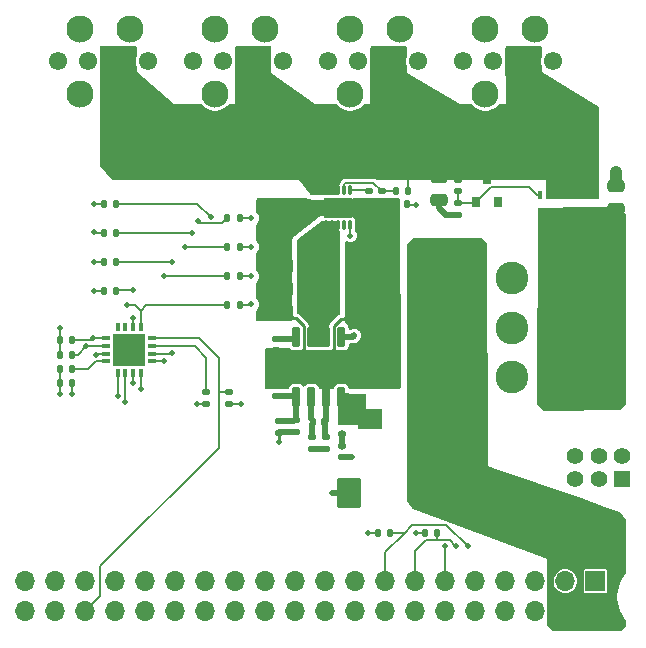
<source format=gbr>
%TF.GenerationSoftware,KiCad,Pcbnew,8.0.7*%
%TF.CreationDate,2025-01-23T15:07:47-05:00*%
%TF.ProjectId,AntHat,416e7448-6174-42e6-9b69-6361645f7063,rev?*%
%TF.SameCoordinates,Original*%
%TF.FileFunction,Copper,L1,Top*%
%TF.FilePolarity,Positive*%
%FSLAX46Y46*%
G04 Gerber Fmt 4.6, Leading zero omitted, Abs format (unit mm)*
G04 Created by KiCad (PCBNEW 8.0.7) date 2025-01-23 15:07:47*
%MOMM*%
%LPD*%
G01*
G04 APERTURE LIST*
G04 Aperture macros list*
%AMRoundRect*
0 Rectangle with rounded corners*
0 $1 Rounding radius*
0 $2 $3 $4 $5 $6 $7 $8 $9 X,Y pos of 4 corners*
0 Add a 4 corners polygon primitive as box body*
4,1,4,$2,$3,$4,$5,$6,$7,$8,$9,$2,$3,0*
0 Add four circle primitives for the rounded corners*
1,1,$1+$1,$2,$3*
1,1,$1+$1,$4,$5*
1,1,$1+$1,$6,$7*
1,1,$1+$1,$8,$9*
0 Add four rect primitives between the rounded corners*
20,1,$1+$1,$2,$3,$4,$5,0*
20,1,$1+$1,$4,$5,$6,$7,0*
20,1,$1+$1,$6,$7,$8,$9,0*
20,1,$1+$1,$8,$9,$2,$3,0*%
%AMFreePoly0*
4,1,17,1.395000,0.765000,0.855000,0.765000,0.855000,0.535000,1.395000,0.535000,1.395000,0.115000,0.855000,0.115000,0.855000,-0.115000,1.395000,-0.115000,1.395000,-0.535000,0.855000,-0.535000,0.855000,-0.765000,1.395000,-0.765000,1.395000,-1.185000,-0.855000,-1.185000,-0.855000,1.185000,1.395000,1.185000,1.395000,0.765000,1.395000,0.765000,$1*%
G04 Aperture macros list end*
%TA.AperFunction,SMDPad,CuDef*%
%ADD10RoundRect,0.050000X0.305600X-0.102400X0.305600X0.102400X-0.305600X0.102400X-0.305600X-0.102400X0*%
%TD*%
%TA.AperFunction,SMDPad,CuDef*%
%ADD11RoundRect,0.050000X-0.102400X-0.305600X0.102400X-0.305600X0.102400X0.305600X-0.102400X0.305600X0*%
%TD*%
%TA.AperFunction,SMDPad,CuDef*%
%ADD12R,2.692400X2.692400*%
%TD*%
%TA.AperFunction,SMDPad,CuDef*%
%ADD13RoundRect,0.250000X0.475000X-0.250000X0.475000X0.250000X-0.475000X0.250000X-0.475000X-0.250000X0*%
%TD*%
%TA.AperFunction,SMDPad,CuDef*%
%ADD14RoundRect,0.135000X0.135000X0.185000X-0.135000X0.185000X-0.135000X-0.185000X0.135000X-0.185000X0*%
%TD*%
%TA.AperFunction,SMDPad,CuDef*%
%ADD15RoundRect,0.135000X-0.185000X0.135000X-0.185000X-0.135000X0.185000X-0.135000X0.185000X0.135000X0*%
%TD*%
%TA.AperFunction,SMDPad,CuDef*%
%ADD16RoundRect,0.150000X-0.150000X0.737500X-0.150000X-0.737500X0.150000X-0.737500X0.150000X0.737500X0*%
%TD*%
%TA.AperFunction,HeatsinkPad*%
%ADD17C,0.500000*%
%TD*%
%TA.AperFunction,HeatsinkPad*%
%ADD18R,4.900000X2.950000*%
%TD*%
%TA.AperFunction,SMDPad,CuDef*%
%ADD19C,1.500000*%
%TD*%
%TA.AperFunction,ComponentPad*%
%ADD20C,1.549400*%
%TD*%
%TA.AperFunction,ComponentPad*%
%ADD21C,2.300000*%
%TD*%
%TA.AperFunction,ComponentPad*%
%ADD22C,1.400000*%
%TD*%
%TA.AperFunction,ComponentPad*%
%ADD23R,1.400000X1.400000*%
%TD*%
%TA.AperFunction,SMDPad,CuDef*%
%ADD24R,0.800000X0.900000*%
%TD*%
%TA.AperFunction,SMDPad,CuDef*%
%ADD25RoundRect,0.243750X0.243750X0.456250X-0.243750X0.456250X-0.243750X-0.456250X0.243750X-0.456250X0*%
%TD*%
%TA.AperFunction,SMDPad,CuDef*%
%ADD26RoundRect,0.140000X0.170000X-0.140000X0.170000X0.140000X-0.170000X0.140000X-0.170000X-0.140000X0*%
%TD*%
%TA.AperFunction,SMDPad,CuDef*%
%ADD27RoundRect,0.140000X-0.170000X0.140000X-0.170000X-0.140000X0.170000X-0.140000X0.170000X0.140000X0*%
%TD*%
%TA.AperFunction,SMDPad,CuDef*%
%ADD28RoundRect,0.135000X-0.135000X-0.185000X0.135000X-0.185000X0.135000X0.185000X-0.135000X0.185000X0*%
%TD*%
%TA.AperFunction,ComponentPad*%
%ADD29R,1.700000X1.700000*%
%TD*%
%TA.AperFunction,ComponentPad*%
%ADD30O,1.700000X1.700000*%
%TD*%
%TA.AperFunction,SMDPad,CuDef*%
%ADD31RoundRect,0.243750X-0.243750X-0.456250X0.243750X-0.456250X0.243750X0.456250X-0.243750X0.456250X0*%
%TD*%
%TA.AperFunction,SMDPad,CuDef*%
%ADD32R,2.000000X1.800000*%
%TD*%
%TA.AperFunction,ComponentPad*%
%ADD33C,2.775000*%
%TD*%
%TA.AperFunction,SMDPad,CuDef*%
%ADD34RoundRect,0.050000X-0.100000X0.350000X-0.100000X-0.350000X0.100000X-0.350000X0.100000X0.350000X0*%
%TD*%
%TA.AperFunction,SMDPad,CuDef*%
%ADD35RoundRect,0.012500X-0.237500X0.112500X-0.237500X-0.112500X0.237500X-0.112500X0.237500X0.112500X0*%
%TD*%
%TA.AperFunction,SMDPad,CuDef*%
%ADD36RoundRect,0.033000X-1.167000X0.792000X-1.167000X-0.792000X1.167000X-0.792000X1.167000X0.792000X0*%
%TD*%
%TA.AperFunction,SMDPad,CuDef*%
%ADD37RoundRect,0.250000X-0.475000X0.250000X-0.475000X-0.250000X0.475000X-0.250000X0.475000X0.250000X0*%
%TD*%
%TA.AperFunction,SMDPad,CuDef*%
%ADD38RoundRect,0.135000X0.185000X-0.135000X0.185000X0.135000X-0.185000X0.135000X-0.185000X-0.135000X0*%
%TD*%
%TA.AperFunction,SMDPad,CuDef*%
%ADD39RoundRect,0.105000X-0.105000X0.245000X-0.105000X-0.245000X0.105000X-0.245000X0.105000X0.245000X0*%
%TD*%
%TA.AperFunction,SMDPad,CuDef*%
%ADD40FreePoly0,270.000000*%
%TD*%
%TA.AperFunction,SMDPad,CuDef*%
%ADD41RoundRect,0.140000X-0.140000X-0.170000X0.140000X-0.170000X0.140000X0.170000X-0.140000X0.170000X0*%
%TD*%
%TA.AperFunction,SMDPad,CuDef*%
%ADD42RoundRect,0.250000X0.787500X1.025000X-0.787500X1.025000X-0.787500X-1.025000X0.787500X-1.025000X0*%
%TD*%
%TA.AperFunction,ViaPad*%
%ADD43C,0.500000*%
%TD*%
%TA.AperFunction,ViaPad*%
%ADD44C,0.800000*%
%TD*%
%TA.AperFunction,Conductor*%
%ADD45C,0.200000*%
%TD*%
%TA.AperFunction,Conductor*%
%ADD46C,1.000000*%
%TD*%
%TA.AperFunction,Conductor*%
%ADD47C,0.500000*%
%TD*%
%TA.AperFunction,Conductor*%
%ADD48C,0.230000*%
%TD*%
%TA.AperFunction,Conductor*%
%ADD49C,0.508000*%
%TD*%
G04 APERTURE END LIST*
D10*
%TO.P,U2,1,SMDATA*%
%TO.N,/SDA*%
X122325800Y-100415800D03*
%TO.P,U2,2,SMCLK*%
%TO.N,/SCL*%
X122325800Y-101065798D03*
%TO.P,U2,3,VDD*%
%TO.N,/3V3*%
X122325800Y-101715800D03*
%TO.P,U2,4,ADDR_SEL*%
%TO.N,Net-(U2-ADDR_SEL)*%
X122325800Y-102365798D03*
D11*
%TO.P,U2,5,PWM1*%
%TO.N,/PWM1*%
X123300002Y-103340000D03*
%TO.P,U2,6,TACH1*%
%TO.N,/TACH1*%
X123950000Y-103340000D03*
%TO.P,U2,7,PWM2*%
%TO.N,/PWM2*%
X124600002Y-103340000D03*
%TO.P,U2,8,TACH2*%
%TO.N,/TACH2*%
X125250000Y-103340000D03*
D10*
%TO.P,U2,9,PWM3*%
%TO.N,/PWM3*%
X126224202Y-102365798D03*
%TO.P,U2,10,TACH3*%
%TO.N,/TACH3*%
X126224202Y-101715800D03*
%TO.P,U2,11,CLK*%
%TO.N,Net-(U2-CLK)*%
X126224202Y-101065798D03*
%TO.P,U2,12,~{ALERT}*%
%TO.N,/FAN_ALERT*%
X126224202Y-100415800D03*
D11*
%TO.P,U2,13,PWM4*%
%TO.N,/PWM4*%
X125250000Y-99441598D03*
%TO.P,U2,14,TACH4*%
%TO.N,/TACH4*%
X124600002Y-99441598D03*
%TO.P,U2,15,PWM5*%
%TO.N,unconnected-(U2-PWM5-Pad15)*%
X123950000Y-99441598D03*
%TO.P,U2,16,TACH5*%
%TO.N,unconnected-(U2-TACH5-Pad16)*%
X123300002Y-99441598D03*
D12*
%TO.P,U2,17,GND*%
%TO.N,GND*%
X124275001Y-101390799D03*
%TD*%
D13*
%TO.P,C5,1*%
%TO.N,/VIN*%
X165450000Y-89425000D03*
%TO.P,C5,2*%
%TO.N,GND*%
X165450000Y-87525000D03*
%TD*%
D14*
%TO.P,R22,1*%
%TO.N,/PSU_SCL*%
X150340000Y-116890000D03*
%TO.P,R22,2*%
%TO.N,/3V3*%
X149320000Y-116890000D03*
%TD*%
D15*
%TO.P,R3,1*%
%TO.N,Net-(U1-COMP)*%
X139722500Y-108750000D03*
%TO.P,R3,2*%
%TO.N,Net-(C13-Pad1)*%
X139722500Y-109770000D03*
%TD*%
D16*
%TO.P,U1,1,BST*%
%TO.N,Net-(U1-BST)*%
X142236053Y-100299922D03*
%TO.P,U1,2,VIN*%
%TO.N,/12V_LIM*%
X140966053Y-100299922D03*
%TO.P,U1,3,EN*%
X139696053Y-100299922D03*
%TO.P,U1,4,SS*%
%TO.N,Net-(U1-SS)*%
X138426053Y-100299922D03*
%TO.P,U1,5,FB*%
%TO.N,Net-(U1-FB)*%
X138426053Y-105424922D03*
%TO.P,U1,6,COMP*%
%TO.N,Net-(U1-COMP)*%
X139696053Y-105424922D03*
%TO.P,U1,7,GND*%
%TO.N,GND*%
X140966053Y-105424922D03*
%TO.P,U1,8,SW*%
%TO.N,Net-(U1-SW)*%
X142236053Y-105424922D03*
D17*
%TO.P,U1,9,EP*%
%TO.N,GND*%
X142281053Y-102212422D03*
X140981053Y-102212422D03*
X139681053Y-102212422D03*
X138381053Y-102212422D03*
D18*
X140331053Y-102862422D03*
D17*
X142281053Y-103512422D03*
X140981053Y-103512422D03*
X139681053Y-103512422D03*
X138381053Y-103512422D03*
%TD*%
D19*
%TO.P,TP1,1,1*%
%TO.N,/12V*%
X147800000Y-85620000D03*
%TD*%
D20*
%TO.P,J5,1,Pin_1*%
%TO.N,GND*%
X148702667Y-76956300D03*
D21*
X147196667Y-74245000D03*
%TO.P,J5,2,Pin_2*%
%TO.N,/12V*%
X147196667Y-79745000D03*
D20*
X146162667Y-76956300D03*
%TO.P,J5,3,Pin_3*%
%TO.N,/TACH2*%
X143622667Y-76956300D03*
D21*
X142996667Y-79745000D03*
%TO.P,J5,4,Pin_4*%
%TO.N,/PWM2*%
X142996667Y-74245000D03*
D20*
X141082667Y-76956300D03*
%TD*%
D14*
%TO.P,R21,1*%
%TO.N,Net-(U3-ILIM)*%
X147785000Y-89050000D03*
%TO.P,R21,2*%
%TO.N,GND*%
X146765000Y-89050000D03*
%TD*%
%TO.P,R13,1*%
%TO.N,/5V*%
X133610000Y-90225714D03*
%TO.P,R13,2*%
%TO.N,/PWM1*%
X132590000Y-90225714D03*
%TD*%
D22*
%TO.P,J3,6,Pin_6*%
%TO.N,/PSU_SCL*%
X162020000Y-110360000D03*
%TO.P,J3,5,Pin_5*%
%TO.N,/PSU_EN*%
X164020000Y-110360000D03*
%TO.P,J3,4,Pin_4*%
%TO.N,unconnected-(J3-Pin_4-Pad4)*%
X166020000Y-110360000D03*
%TO.P,J3,3,Pin_3*%
%TO.N,/PSU_SDA*%
X162020000Y-112360000D03*
%TO.P,J3,2,Pin_2*%
%TO.N,GND*%
X164020000Y-112360000D03*
D23*
%TO.P,J3,1,Pin_1*%
%TO.N,unconnected-(J3-Pin_1-Pad1)*%
X166020000Y-112360000D03*
%TD*%
D24*
%TO.P,D1,1,A*%
%TO.N,Net-(D1-A)*%
X153600000Y-88900000D03*
%TO.P,D1,2,NC*%
%TO.N,unconnected-(D1-NC-Pad2)*%
X155500000Y-88900000D03*
%TO.P,D1,3,K*%
%TO.N,/12V*%
X154550000Y-86900000D03*
%TD*%
D25*
%TO.P,C16,1*%
%TO.N,/5V*%
X148440000Y-98675000D03*
%TO.P,C16,2*%
%TO.N,GND*%
X146565000Y-98675000D03*
%TD*%
D14*
%TO.P,R19,1*%
%TO.N,/12V*%
X147835000Y-87950000D03*
%TO.P,R19,2*%
%TO.N,Net-(U3-EN{slash}UVLO)*%
X146815000Y-87950000D03*
%TD*%
D25*
%TO.P,C3,1*%
%TO.N,/12V_LIM*%
X139468553Y-98162422D03*
%TO.P,C3,2*%
%TO.N,GND*%
X137593553Y-98162422D03*
%TD*%
D19*
%TO.P,TP3,1,1*%
%TO.N,GND*%
X145775000Y-90750000D03*
%TD*%
D26*
%TO.P,C13,1*%
%TO.N,Net-(C13-Pad1)*%
X140902500Y-109750000D03*
%TO.P,C13,2*%
%TO.N,GND*%
X140902500Y-108790000D03*
%TD*%
D27*
%TO.P,C8,1*%
%TO.N,Net-(C8-Pad1)*%
X142282500Y-109540000D03*
%TO.P,C8,2*%
%TO.N,Net-(U1-BST)*%
X142282500Y-110500000D03*
%TD*%
D28*
%TO.P,R12,1*%
%TO.N,/3V3*%
X122100000Y-96394284D03*
%TO.P,R12,2*%
%TO.N,/TACH4*%
X123120000Y-96394284D03*
%TD*%
D15*
%TO.P,R2,1*%
%TO.N,Net-(U1-SW)*%
X142282500Y-107460000D03*
%TO.P,R2,2*%
%TO.N,Net-(C8-Pad1)*%
X142282500Y-108480000D03*
%TD*%
D29*
%TO.P,J1,1,3V3*%
%TO.N,/3V3*%
X163741320Y-120971320D03*
D30*
%TO.P,J1,2,5V*%
%TO.N,/5V*%
X163741320Y-123511320D03*
%TO.P,J1,3,SDA/GPIO2*%
%TO.N,/SDA*%
X161201320Y-120971320D03*
%TO.P,J1,4,5V*%
%TO.N,/5V*%
X161201320Y-123511320D03*
%TO.P,J1,5,SCL/GPIO3*%
%TO.N,/SCL*%
X158661320Y-120971320D03*
%TO.P,J1,6,GND*%
%TO.N,GND*%
X158661320Y-123511320D03*
%TO.P,J1,7,GCLK0/GPIO4*%
%TO.N,unconnected-(J1-GCLK0{slash}GPIO4-Pad7)*%
X156121320Y-120971320D03*
%TO.P,J1,8,GPIO14/TXD*%
%TO.N,unconnected-(J1-GPIO14{slash}TXD-Pad8)*%
X156121320Y-123511320D03*
%TO.P,J1,9,GND*%
%TO.N,GND*%
X153581320Y-120971320D03*
%TO.P,J1,10,GPIO15/RXD*%
%TO.N,unconnected-(J1-GPIO15{slash}RXD-Pad10)*%
X153581320Y-123511320D03*
%TO.P,J1,11,GPIO17*%
%TO.N,/PSU_EN*%
X151041320Y-120971320D03*
%TO.P,J1,12,GPIO18/PWM0*%
%TO.N,unconnected-(J1-GPIO18{slash}PWM0-Pad12)*%
X151041320Y-123511320D03*
%TO.P,J1,13,GPIO27*%
%TO.N,/PSU_SCL*%
X148501320Y-120971320D03*
%TO.P,J1,14,GND*%
%TO.N,GND*%
X148501320Y-123511320D03*
%TO.P,J1,15,GPIO22*%
%TO.N,/PSU_SDA*%
X145961320Y-120971320D03*
%TO.P,J1,16,GPIO23*%
%TO.N,unconnected-(J1-GPIO23-Pad16)*%
X145961320Y-123511320D03*
%TO.P,J1,17,3V3*%
%TO.N,/3V3*%
X143421320Y-120971320D03*
%TO.P,J1,18,GPIO24*%
%TO.N,unconnected-(J1-GPIO24-Pad18)*%
X143421320Y-123511320D03*
%TO.P,J1,19,MOSI0/GPIO10*%
%TO.N,unconnected-(J1-MOSI0{slash}GPIO10-Pad19)*%
X140881320Y-120971320D03*
%TO.P,J1,20,GND*%
%TO.N,GND*%
X140881320Y-123511320D03*
%TO.P,J1,21,MISO0/GPIO9*%
%TO.N,unconnected-(J1-MISO0{slash}GPIO9-Pad21)*%
X138341320Y-120971320D03*
%TO.P,J1,22,GPIO25*%
%TO.N,unconnected-(J1-GPIO25-Pad22)*%
X138341320Y-123511320D03*
%TO.P,J1,23,SCLK0/GPIO11*%
%TO.N,unconnected-(J1-SCLK0{slash}GPIO11-Pad23)*%
X135801320Y-120971320D03*
%TO.P,J1,24,~{CE0}/GPIO8*%
%TO.N,unconnected-(J1-~{CE0}{slash}GPIO8-Pad24)*%
X135801320Y-123511320D03*
%TO.P,J1,25,GND*%
%TO.N,GND*%
X133261320Y-120971320D03*
%TO.P,J1,26,~{CE1}/GPIO7*%
%TO.N,unconnected-(J1-~{CE1}{slash}GPIO7-Pad26)*%
X133261320Y-123511320D03*
%TO.P,J1,27,ID_SD/GPIO0*%
%TO.N,unconnected-(J1-ID_SD{slash}GPIO0-Pad27)*%
X130721320Y-120971320D03*
%TO.P,J1,28,ID_SC/GPIO1*%
%TO.N,unconnected-(J1-ID_SC{slash}GPIO1-Pad28)*%
X130721320Y-123511320D03*
%TO.P,J1,29,GCLK1/GPIO5*%
%TO.N,unconnected-(J1-GCLK1{slash}GPIO5-Pad29)*%
X128181320Y-120971320D03*
%TO.P,J1,30,GND*%
%TO.N,GND*%
X128181320Y-123511320D03*
%TO.P,J1,31,GCLK2/GPIO6*%
%TO.N,unconnected-(J1-GCLK2{slash}GPIO6-Pad31)*%
X125641320Y-120971320D03*
%TO.P,J1,32,PWM0/GPIO12*%
%TO.N,unconnected-(J1-PWM0{slash}GPIO12-Pad32)*%
X125641320Y-123511320D03*
%TO.P,J1,33,PWM1/GPIO13*%
%TO.N,unconnected-(J1-PWM1{slash}GPIO13-Pad33)*%
X123101320Y-120971320D03*
%TO.P,J1,34,GND*%
%TO.N,GND*%
X123101320Y-123511320D03*
%TO.P,J1,35,GPIO19/MISO1*%
%TO.N,unconnected-(J1-GPIO19{slash}MISO1-Pad35)*%
X120561320Y-120971320D03*
%TO.P,J1,36,GPIO16*%
%TO.N,/FAN_ALERT*%
X120561320Y-123511320D03*
%TO.P,J1,37,GPIO26*%
%TO.N,unconnected-(J1-GPIO26-Pad37)*%
X118021320Y-120971320D03*
%TO.P,J1,38,GPIO20/MOSI1*%
%TO.N,unconnected-(J1-GPIO20{slash}MOSI1-Pad38)*%
X118021320Y-123511320D03*
%TO.P,J1,39,GND*%
%TO.N,GND*%
X115481320Y-120971320D03*
%TO.P,J1,40,GPIO21/SCLK1*%
%TO.N,unconnected-(J1-GPIO21{slash}SCLK1-Pad40)*%
X115481320Y-123511320D03*
%TD*%
D14*
%TO.P,R17,1*%
%TO.N,/SDA*%
X119430000Y-100570000D03*
%TO.P,R17,2*%
%TO.N,/3V3*%
X118410000Y-100570000D03*
%TD*%
D15*
%TO.P,R20,1*%
%TO.N,Net-(U3-EN{slash}UVLO)*%
X145650000Y-87940000D03*
%TO.P,R20,2*%
%TO.N,GND*%
X145650000Y-88960000D03*
%TD*%
D31*
%TO.P,C7,1*%
%TO.N,/12V_LIM*%
X141143553Y-98162422D03*
%TO.P,C7,2*%
%TO.N,GND*%
X143018553Y-98162422D03*
%TD*%
D25*
%TO.P,C18,1*%
%TO.N,/5V*%
X148468553Y-102812422D03*
%TO.P,C18,2*%
%TO.N,GND*%
X146593553Y-102812422D03*
%TD*%
D32*
%TO.P,L1,1,1*%
%TO.N,Net-(U1-SW)*%
X144681053Y-107262422D03*
%TO.P,L1,2,2*%
%TO.N,/5V*%
X149081053Y-107262422D03*
%TD*%
D15*
%TO.P,R6,1*%
%TO.N,/FAN_ALERT*%
X132740000Y-104950000D03*
%TO.P,R6,2*%
%TO.N,/3V3*%
X132740000Y-105970000D03*
%TD*%
D25*
%TO.P,C17,1*%
%TO.N,/5V*%
X148468553Y-100662422D03*
%TO.P,C17,2*%
%TO.N,GND*%
X146593553Y-100662422D03*
%TD*%
D33*
%TO.P,J2,1,1*%
%TO.N,/VIN*%
X160910000Y-95330000D03*
%TO.P,J2,2,2*%
X160910000Y-99530000D03*
%TO.P,J2,3,3*%
X160910000Y-103730000D03*
%TO.P,J2,4,4*%
%TO.N,GND*%
X156710000Y-95330000D03*
%TO.P,J2,5,5*%
X156710000Y-99530000D03*
%TO.P,J2,6,6*%
X156710000Y-103730000D03*
%TD*%
D14*
%TO.P,R15,1*%
%TO.N,/5V*%
X133610000Y-95128570D03*
%TO.P,R15,2*%
%TO.N,/PWM3*%
X132590000Y-95128570D03*
%TD*%
D25*
%TO.P,C2,1*%
%TO.N,/12V_LIM*%
X139462500Y-96200000D03*
%TO.P,C2,2*%
%TO.N,GND*%
X137587500Y-96200000D03*
%TD*%
D34*
%TO.P,U3,1,dV/dT*%
%TO.N,Net-(U3-dV{slash}dT)*%
X142970000Y-87840000D03*
%TO.P,U3,2,EN/UVLO*%
%TO.N,Net-(U3-EN{slash}UVLO)*%
X142470000Y-87840000D03*
%TO.P,U3,3,VIN*%
%TO.N,/12V*%
X141970000Y-87840000D03*
%TO.P,U3,4,VIN*%
X141470000Y-87840000D03*
%TO.P,U3,5,VIN*%
X140970000Y-87840000D03*
%TO.P,U3,6,OUT*%
%TO.N,/12V_LIM*%
X140970000Y-90840000D03*
%TO.P,U3,7,OUT*%
X141470000Y-90840000D03*
%TO.P,U3,8,OUT*%
X141970000Y-90840000D03*
%TO.P,U3,9,BFET*%
%TO.N,unconnected-(U3-BFET-Pad9)*%
X142470000Y-90840000D03*
%TO.P,U3,10,ILIM*%
%TO.N,Net-(U3-ILIM)*%
X142970000Y-90840000D03*
D35*
%TO.P,U3,11,GND*%
%TO.N,GND*%
X143420000Y-89090000D03*
X140520000Y-89090000D03*
D36*
X141970000Y-89340000D03*
D35*
X143420000Y-89590000D03*
X140520000Y-89590000D03*
%TD*%
D37*
%TO.P,C11,1*%
%TO.N,/12V*%
X150470000Y-86790000D03*
%TO.P,C11,2*%
%TO.N,GND*%
X150470000Y-88690000D03*
%TD*%
D15*
%TO.P,R8,1*%
%TO.N,Net-(U2-CLK)*%
X130800000Y-104970000D03*
%TO.P,R8,2*%
%TO.N,/3V3*%
X130800000Y-105990000D03*
%TD*%
D20*
%TO.P,J4,1,Pin_1*%
%TO.N,GND*%
X160136000Y-76956300D03*
D21*
X158630000Y-74245000D03*
%TO.P,J4,2,Pin_2*%
%TO.N,/12V*%
X158630000Y-79745000D03*
D20*
X157596000Y-76956300D03*
%TO.P,J4,3,Pin_3*%
%TO.N,/TACH1*%
X155056000Y-76956300D03*
D21*
X154430000Y-79745000D03*
%TO.P,J4,4,Pin_4*%
%TO.N,/PWM1*%
X154430000Y-74245000D03*
D20*
X152516000Y-76956300D03*
%TD*%
%TO.P,J6,1,Pin_1*%
%TO.N,GND*%
X137269334Y-76956300D03*
D21*
X135763334Y-74245000D03*
%TO.P,J6,2,Pin_2*%
%TO.N,/12V*%
X135763334Y-79745000D03*
D20*
X134729334Y-76956300D03*
%TO.P,J6,3,Pin_3*%
%TO.N,/TACH3*%
X132189334Y-76956300D03*
D21*
X131563334Y-79745000D03*
%TO.P,J6,4,Pin_4*%
%TO.N,/PWM3*%
X131563334Y-74245000D03*
D20*
X129649334Y-76956300D03*
%TD*%
D14*
%TO.P,R23,1*%
%TO.N,/PSU_SDA*%
X146340000Y-116890000D03*
%TO.P,R23,2*%
%TO.N,/3V3*%
X145320000Y-116890000D03*
%TD*%
D28*
%TO.P,R9,1*%
%TO.N,/3V3*%
X122100000Y-89040000D03*
%TO.P,R9,2*%
%TO.N,/TACH1*%
X123120000Y-89040000D03*
%TD*%
D38*
%TO.P,R5,1*%
%TO.N,Net-(U1-FB)*%
X136732500Y-105320000D03*
%TO.P,R5,2*%
%TO.N,GND*%
X136732500Y-104300000D03*
%TD*%
D14*
%TO.P,R7,1*%
%TO.N,Net-(U2-ADDR_SEL)*%
X119430000Y-103016666D03*
%TO.P,R7,2*%
%TO.N,/3V3*%
X118410000Y-103016666D03*
%TD*%
D39*
%TO.P,Q1,1,S*%
%TO.N,/12V*%
X161025000Y-88250000D03*
%TO.P,Q1,2,S*%
X160375000Y-88250000D03*
%TO.P,Q1,3,S*%
X159725000Y-88250000D03*
%TO.P,Q1,4,G*%
%TO.N,Net-(D1-A)*%
X159075000Y-88250000D03*
D40*
%TO.P,Q1,5,D*%
%TO.N,/VIN*%
X160050000Y-90205000D03*
%TD*%
D41*
%TO.P,C20,1*%
%TO.N,/3V3*%
X118440000Y-104230000D03*
%TO.P,C20,2*%
%TO.N,GND*%
X119400000Y-104230000D03*
%TD*%
D25*
%TO.P,C1,1*%
%TO.N,/12V_LIM*%
X139462500Y-94250000D03*
%TO.P,C1,2*%
%TO.N,GND*%
X137587500Y-94250000D03*
%TD*%
D41*
%TO.P,C22,1*%
%TO.N,/12V_LIM*%
X141820000Y-92775000D03*
%TO.P,C22,2*%
%TO.N,GND*%
X142780000Y-92775000D03*
%TD*%
D38*
%TO.P,R4,1*%
%TO.N,/5V*%
X136992500Y-108400000D03*
%TO.P,R4,2*%
%TO.N,Net-(U1-FB)*%
X136992500Y-107380000D03*
%TD*%
D27*
%TO.P,C10,1*%
%TO.N,/12V*%
X152100000Y-87000000D03*
%TO.P,C10,2*%
%TO.N,Net-(D1-A)*%
X152100000Y-87960000D03*
%TD*%
D14*
%TO.P,R18,1*%
%TO.N,/SCL*%
X119430000Y-101793333D03*
%TO.P,R18,2*%
%TO.N,/3V3*%
X118410000Y-101793333D03*
%TD*%
D42*
%TO.P,C19,1*%
%TO.N,/5V*%
X149125000Y-113475000D03*
%TO.P,C19,2*%
%TO.N,GND*%
X142900000Y-113475000D03*
%TD*%
D28*
%TO.P,R10,1*%
%TO.N,/3V3*%
X122100000Y-91491428D03*
%TO.P,R10,2*%
%TO.N,/TACH2*%
X123120000Y-91491428D03*
%TD*%
D26*
%TO.P,C14,1*%
%TO.N,/5V*%
X138422500Y-108320000D03*
%TO.P,C14,2*%
%TO.N,Net-(U1-FB)*%
X138422500Y-107360000D03*
%TD*%
D28*
%TO.P,R11,1*%
%TO.N,/3V3*%
X122100000Y-93942856D03*
%TO.P,R11,2*%
%TO.N,/TACH3*%
X123120000Y-93942856D03*
%TD*%
D41*
%TO.P,C12,1*%
%TO.N,Net-(U1-COMP)*%
X139802500Y-107490000D03*
%TO.P,C12,2*%
%TO.N,GND*%
X140762500Y-107490000D03*
%TD*%
D27*
%TO.P,C21,1*%
%TO.N,Net-(U3-dV{slash}dT)*%
X144550000Y-87970000D03*
%TO.P,C21,2*%
%TO.N,GND*%
X144550000Y-88930000D03*
%TD*%
D31*
%TO.P,C6,1*%
%TO.N,/12V_LIM*%
X141143553Y-96200000D03*
%TO.P,C6,2*%
%TO.N,GND*%
X143018553Y-96200000D03*
%TD*%
D14*
%TO.P,R16,1*%
%TO.N,/5V*%
X133610000Y-97580000D03*
%TO.P,R16,2*%
%TO.N,/PWM4*%
X132590000Y-97580000D03*
%TD*%
%TO.P,R14,1*%
%TO.N,/5V*%
X133610000Y-92677142D03*
%TO.P,R14,2*%
%TO.N,/PWM2*%
X132590000Y-92677142D03*
%TD*%
D25*
%TO.P,C15,1*%
%TO.N,/5V*%
X148452500Y-96525000D03*
%TO.P,C15,2*%
%TO.N,GND*%
X146577500Y-96525000D03*
%TD*%
D20*
%TO.P,J7,1,Pin_1*%
%TO.N,GND*%
X125836000Y-76956300D03*
D21*
X124330000Y-74245000D03*
%TO.P,J7,2,Pin_2*%
%TO.N,/12V*%
X124330000Y-79745000D03*
D20*
X123296000Y-76956300D03*
%TO.P,J7,3,Pin_3*%
%TO.N,/TACH4*%
X120756000Y-76956300D03*
D21*
X120130000Y-79745000D03*
%TO.P,J7,4,Pin_4*%
%TO.N,/PWM4*%
X120130000Y-74245000D03*
D20*
X118216000Y-76956300D03*
%TD*%
D19*
%TO.P,TP2,1,1*%
%TO.N,/5V*%
X150025000Y-93225000D03*
%TD*%
D27*
%TO.P,C9,1*%
%TO.N,Net-(U1-SS)*%
X136732500Y-100470000D03*
%TO.P,C9,2*%
%TO.N,GND*%
X136732500Y-101430000D03*
%TD*%
D15*
%TO.P,R1,1*%
%TO.N,Net-(D1-A)*%
X152090000Y-88940000D03*
%TO.P,R1,2*%
%TO.N,GND*%
X152090000Y-89960000D03*
%TD*%
D31*
%TO.P,C4,1*%
%TO.N,/12V_LIM*%
X141137500Y-94250000D03*
%TO.P,C4,2*%
%TO.N,GND*%
X143012500Y-94250000D03*
%TD*%
D43*
%TO.N,GND*%
X138625000Y-90175000D03*
X138625000Y-89012500D03*
X139725000Y-89012500D03*
X139725000Y-90175000D03*
X144125000Y-89775000D03*
%TO.N,Net-(U3-ILIM)*%
X148550000Y-89100000D03*
X143000000Y-91725000D03*
D44*
%TO.N,GND*%
X165450000Y-86350000D03*
D43*
%TO.N,/PSU_SCL*%
X151950000Y-118010000D03*
%TO.N,/PSU_SDA*%
X152930000Y-118010000D03*
%TO.N,GND*%
X144864385Y-104012422D03*
X150980000Y-89900000D03*
X144207500Y-97312500D03*
X144864385Y-101687422D03*
X145731053Y-101687422D03*
X125180000Y-100540000D03*
X119410000Y-105110000D03*
X136642500Y-98455000D03*
X144207500Y-93825000D03*
X137496053Y-101447422D03*
X143997719Y-102849922D03*
X144207500Y-98475000D03*
X143997719Y-104012422D03*
X145731053Y-104012422D03*
X143997719Y-101687422D03*
X144207500Y-94987500D03*
X145210000Y-96145000D03*
X141400000Y-113470000D03*
X137531053Y-102812422D03*
X137516053Y-104327422D03*
X136642500Y-94967500D03*
X136172500Y-102805000D03*
X136642500Y-97292500D03*
X135640000Y-94972500D03*
X136642500Y-96130000D03*
X145210000Y-97307500D03*
X135640000Y-96135000D03*
X143131053Y-101687422D03*
X143131053Y-102849922D03*
X144207500Y-96150000D03*
X136842500Y-102185000D03*
X136642500Y-93805000D03*
X143131053Y-104012422D03*
X124370000Y-101380000D03*
X123430000Y-102240000D03*
X135640000Y-98460000D03*
X123430000Y-100530000D03*
X145731053Y-102849922D03*
X135640000Y-93810000D03*
X136802500Y-103555000D03*
X145210000Y-98470000D03*
X144864385Y-102849922D03*
X145210000Y-94982500D03*
X135640000Y-97297500D03*
X125190000Y-102230000D03*
X145210000Y-93820000D03*
%TO.N,Net-(U1-BST)*%
X143131053Y-110462422D03*
X143342500Y-100175000D03*
%TO.N,/5V*%
X134620000Y-95150000D03*
X136981053Y-109162422D03*
X148220000Y-110570000D03*
X134620000Y-90230000D03*
X134620000Y-92670000D03*
X134620000Y-97540000D03*
X148225000Y-92675000D03*
%TO.N,/3V3*%
X118420000Y-99570000D03*
X121270000Y-93920000D03*
X121270000Y-96400000D03*
X118440000Y-105110000D03*
X133730000Y-105980000D03*
X148530000Y-116910000D03*
X121270000Y-89020000D03*
X121270000Y-91400000D03*
X121420000Y-101800000D03*
X144480000Y-116880000D03*
X129980000Y-106000000D03*
%TO.N,/SDA*%
X121220000Y-100410000D03*
%TO.N,/SCL*%
X120630000Y-101090000D03*
%TO.N,/PSU_EN*%
X150970000Y-118010000D03*
%TO.N,/TACH1*%
X123930000Y-105840000D03*
X131165000Y-90175000D03*
%TO.N,/PWM1*%
X123330000Y-105300000D03*
X130126737Y-90506736D03*
%TO.N,/TACH2*%
X125300000Y-104670000D03*
X129570000Y-91520000D03*
%TO.N,/PWM2*%
X124580000Y-104190000D03*
X129010000Y-92720000D03*
%TO.N,/PWM3*%
X127240000Y-95170000D03*
X127240000Y-102370000D03*
%TO.N,/TACH3*%
X127910000Y-101640000D03*
X127890000Y-93950000D03*
%TO.N,/TACH4*%
X124620000Y-98710000D03*
X124620000Y-96350000D03*
%TO.N,/PWM4*%
X124110000Y-97610000D03*
%TD*%
D45*
%TO.N,Net-(U3-ILIM)*%
X148550000Y-89100000D02*
X147835000Y-89100000D01*
X147835000Y-89100000D02*
X147785000Y-89050000D01*
X142970000Y-91695000D02*
X143000000Y-91725000D01*
X142970000Y-91345000D02*
X142970000Y-91695000D01*
X142970000Y-90840000D02*
X142970000Y-91345000D01*
%TO.N,Net-(D1-A)*%
X154900000Y-87600000D02*
X158110000Y-87600000D01*
X153600000Y-88900000D02*
X154900000Y-87600000D01*
X158760000Y-88250000D02*
X159075000Y-88250000D01*
X158110000Y-87600000D02*
X158760000Y-88250000D01*
D46*
%TO.N,GND*%
X165450000Y-87525000D02*
X165450000Y-86350000D01*
D45*
%TO.N,/PSU_SCL*%
X150340000Y-117510000D02*
X150330000Y-117520000D01*
X149412640Y-117520000D02*
X148501320Y-118431320D01*
X150330000Y-117520000D02*
X149412640Y-117520000D01*
X151400000Y-117520000D02*
X150330000Y-117520000D01*
X148501320Y-118431320D02*
X148501320Y-120971320D01*
X150340000Y-116890000D02*
X150340000Y-117510000D01*
X151890000Y-118010000D02*
X151400000Y-117520000D01*
%TO.N,/PSU_SDA*%
X147505000Y-116945000D02*
X145961320Y-118488680D01*
X146340000Y-116890000D02*
X147450000Y-116890000D01*
X145961320Y-118488680D02*
X145961320Y-120971320D01*
X152930000Y-118010000D02*
X151130000Y-116210000D01*
X151130000Y-116210000D02*
X148240000Y-116210000D01*
X147450000Y-116890000D02*
X147505000Y-116945000D01*
X148240000Y-116210000D02*
X147505000Y-116945000D01*
%TO.N,/12V*%
X147835000Y-87950000D02*
X147835000Y-86835000D01*
D47*
%TO.N,GND*%
X137496053Y-101447422D02*
X137616053Y-101447422D01*
D48*
X138431053Y-98712422D02*
X138143553Y-98712422D01*
X142181053Y-98762422D02*
X141581053Y-99362422D01*
D49*
X150470000Y-89390000D02*
X150980000Y-89900000D01*
D47*
X140966053Y-105424922D02*
X140966053Y-107427422D01*
X136831053Y-104327422D02*
X137516053Y-104327422D01*
X136831053Y-101447422D02*
X137496053Y-101447422D01*
D48*
X142181053Y-98762422D02*
X142418553Y-98762422D01*
D49*
X141400000Y-113470000D02*
X142895000Y-113470000D01*
D47*
X137566053Y-104327422D02*
X138381053Y-103512422D01*
D49*
X150470000Y-88690000D02*
X150470000Y-89390000D01*
D48*
X139081053Y-99362422D02*
X139081053Y-101612422D01*
X138143553Y-98712422D02*
X137593553Y-98162422D01*
D45*
X119400000Y-105100000D02*
X119410000Y-105110000D01*
D47*
X137516053Y-104327422D02*
X137566053Y-104327422D01*
D49*
X152090000Y-89960000D02*
X151040000Y-89960000D01*
D47*
X140881053Y-107512422D02*
X140881053Y-108727422D01*
X137616053Y-101447422D02*
X138381053Y-102212422D01*
D49*
X151040000Y-89960000D02*
X150980000Y-89900000D01*
X142895000Y-113470000D02*
X142900000Y-113475000D01*
D48*
X141581053Y-99362422D02*
X141581053Y-101612422D01*
D45*
X119400000Y-104230000D02*
X119400000Y-105100000D01*
D48*
X138431053Y-98712422D02*
X139081053Y-99362422D01*
D47*
X140966053Y-105424922D02*
X140966053Y-103497422D01*
D48*
X142418553Y-98762422D02*
X143018553Y-98162422D01*
D47*
%TO.N,Net-(U1-BST)*%
X143131053Y-110462422D02*
X142366053Y-110462422D01*
X143342500Y-100175000D02*
X143217578Y-100299922D01*
X143217578Y-100299922D02*
X142236053Y-100299922D01*
%TO.N,Net-(C8-Pad1)*%
X142281053Y-109577422D02*
X142281053Y-108447422D01*
%TO.N,Net-(U1-SS)*%
X136831053Y-100477422D02*
X138248553Y-100477422D01*
D45*
%TO.N,Net-(D1-A)*%
X152100000Y-87960000D02*
X152100000Y-88930000D01*
X153560000Y-88940000D02*
X153600000Y-88900000D01*
X152090000Y-88940000D02*
X153560000Y-88940000D01*
X152100000Y-88930000D02*
X152090000Y-88940000D01*
D47*
%TO.N,Net-(U1-COMP)*%
X139731053Y-108727422D02*
X139731053Y-107692422D01*
X139681053Y-107282422D02*
X139681053Y-105439922D01*
%TO.N,Net-(C13-Pad1)*%
X140931053Y-109747422D02*
X139781053Y-109747422D01*
D45*
%TO.N,/5V*%
X134580000Y-97580000D02*
X134620000Y-97540000D01*
X134615714Y-90225714D02*
X134620000Y-90230000D01*
X133610000Y-97580000D02*
X134580000Y-97580000D01*
X134598570Y-95128570D02*
X134620000Y-95150000D01*
X133610000Y-92677142D02*
X134612858Y-92677142D01*
D47*
X136981053Y-108347422D02*
X138231053Y-108347422D01*
D48*
X136981053Y-108347422D02*
X136981053Y-109162422D01*
D45*
X133610000Y-95128570D02*
X134598570Y-95128570D01*
X134612858Y-92677142D02*
X134620000Y-92670000D01*
X133610000Y-90225714D02*
X134615714Y-90225714D01*
D47*
%TO.N,Net-(U1-FB)*%
X138231053Y-107377422D02*
X136981053Y-107377422D01*
X136831053Y-105297422D02*
X138298553Y-105297422D01*
X138426053Y-105424922D02*
X138426053Y-107182422D01*
D45*
%TO.N,/3V3*%
X121290000Y-89040000D02*
X121270000Y-89020000D01*
X118410000Y-100570000D02*
X118410000Y-99580000D01*
X133720000Y-105970000D02*
X133730000Y-105980000D01*
X118410000Y-103016666D02*
X118410000Y-104200000D01*
X149320000Y-116890000D02*
X148550000Y-116890000D01*
X118410000Y-100570000D02*
X118410000Y-101793333D01*
X121361428Y-91491428D02*
X121270000Y-91400000D01*
X118410000Y-99580000D02*
X118420000Y-99570000D01*
X122100000Y-89040000D02*
X121290000Y-89040000D01*
X144490000Y-116890000D02*
X144480000Y-116880000D01*
X130800000Y-105990000D02*
X129990000Y-105990000D01*
X118440000Y-104230000D02*
X118440000Y-105110000D01*
X118410000Y-104200000D02*
X118440000Y-104230000D01*
X122325800Y-101715800D02*
X121504200Y-101715800D01*
X148550000Y-116890000D02*
X148530000Y-116910000D01*
X129990000Y-105990000D02*
X129980000Y-106000000D01*
X122100000Y-91491428D02*
X121361428Y-91491428D01*
X122100000Y-93942856D02*
X121292856Y-93942856D01*
X121504200Y-101715800D02*
X121420000Y-101800000D01*
X145320000Y-116890000D02*
X144490000Y-116890000D01*
X122100000Y-96394284D02*
X121275716Y-96394284D01*
X121275716Y-96394284D02*
X121270000Y-96400000D01*
X121292856Y-93942856D02*
X121270000Y-93920000D01*
X132740000Y-105970000D02*
X133720000Y-105970000D01*
%TO.N,/SDA*%
X121220000Y-100410000D02*
X122320000Y-100410000D01*
X119430000Y-100570000D02*
X121060000Y-100570000D01*
X121060000Y-100570000D02*
X121220000Y-100410000D01*
X122320000Y-100410000D02*
X122325800Y-100415800D01*
%TO.N,/SCL*%
X119430000Y-101793333D02*
X119926667Y-101793333D01*
X119926667Y-101793333D02*
X120630000Y-101090000D01*
X120630000Y-101090000D02*
X122301598Y-101090000D01*
X122301598Y-101090000D02*
X122325800Y-101065798D01*
%TO.N,/PSU_EN*%
X150990000Y-120920000D02*
X151041320Y-120971320D01*
X150970000Y-118040000D02*
X150990000Y-118060000D01*
X150990000Y-118060000D02*
X150990000Y-120920000D01*
%TO.N,/TACH1*%
X130030000Y-89040000D02*
X131165000Y-90175000D01*
X123950000Y-105820000D02*
X123950000Y-103340000D01*
X123120000Y-89040000D02*
X130030000Y-89040000D01*
X123930000Y-105840000D02*
X123950000Y-105820000D01*
%TO.N,/PWM1*%
X130295001Y-90675000D02*
X130126737Y-90506736D01*
X132590000Y-90225714D02*
X132140714Y-90675000D01*
X123300002Y-103340000D02*
X123300002Y-105270002D01*
X123300002Y-105270002D02*
X123330000Y-105300000D01*
X132140714Y-90675000D02*
X130295001Y-90675000D01*
%TO.N,/TACH2*%
X123120000Y-91491428D02*
X129541428Y-91491428D01*
X125250000Y-103340000D02*
X125250000Y-104620000D01*
X125250000Y-104620000D02*
X125300000Y-104670000D01*
X129541428Y-91491428D02*
X129570000Y-91520000D01*
%TO.N,/PWM2*%
X129007142Y-92717142D02*
X129010000Y-92720000D01*
X132590000Y-92677142D02*
X129052858Y-92677142D01*
X124600002Y-104169998D02*
X124580000Y-104190000D01*
X124600002Y-103340000D02*
X124600002Y-104169998D01*
X129052858Y-92677142D02*
X129010000Y-92720000D01*
%TO.N,/PWM3*%
X126224202Y-102365798D02*
X127235798Y-102365798D01*
X127238570Y-95168570D02*
X127240000Y-95170000D01*
X127235798Y-102365798D02*
X127240000Y-102370000D01*
X132590000Y-95128570D02*
X127281430Y-95128570D01*
X127281430Y-95128570D02*
X127240000Y-95170000D01*
%TO.N,/TACH3*%
X127834200Y-101715800D02*
X126224202Y-101715800D01*
X127910000Y-101640000D02*
X127834200Y-101715800D01*
X123120000Y-93942856D02*
X127882856Y-93942856D01*
X127882856Y-93942856D02*
X127890000Y-93950000D01*
%TO.N,/TACH4*%
X124610000Y-96340000D02*
X124620000Y-96350000D01*
X124600002Y-99441598D02*
X124600002Y-98729998D01*
X123120000Y-96340000D02*
X124610000Y-96340000D01*
X124600002Y-98729998D02*
X124620000Y-98710000D01*
%TO.N,/PWM4*%
X124100000Y-97620000D02*
X124110000Y-97610000D01*
X132590000Y-97580000D02*
X125730000Y-97580000D01*
X125250000Y-98060000D02*
X124800000Y-97610000D01*
X124800000Y-97610000D02*
X124110000Y-97610000D01*
X125730000Y-97580000D02*
X125250000Y-98060000D01*
X125250000Y-99441598D02*
X125250000Y-98060000D01*
D47*
%TO.N,Net-(U1-SW)*%
X142281053Y-107477422D02*
X144591053Y-107477422D01*
X142281053Y-107477422D02*
X142281053Y-105469922D01*
D45*
%TO.N,/FAN_ALERT*%
X131860000Y-109672640D02*
X121810000Y-119722640D01*
X131860000Y-102070000D02*
X131860000Y-104960000D01*
X121810000Y-122262640D02*
X120561320Y-123511320D01*
X130190000Y-100400000D02*
X131860000Y-102070000D01*
X121810000Y-119722640D02*
X121810000Y-122262640D01*
X132740000Y-104950000D02*
X131870000Y-104950000D01*
X131860000Y-104960000D02*
X131860000Y-109672640D01*
X126240002Y-100400000D02*
X130190000Y-100400000D01*
X126224202Y-100415800D02*
X126240002Y-100400000D01*
X131870000Y-104950000D02*
X131860000Y-104960000D01*
%TO.N,Net-(U2-ADDR_SEL)*%
X121454202Y-102365798D02*
X122325800Y-102365798D01*
X119430000Y-103016666D02*
X120803334Y-103016666D01*
X120803334Y-103016666D02*
X121454202Y-102365798D01*
%TO.N,Net-(U2-CLK)*%
X129805798Y-101065798D02*
X130800000Y-102060000D01*
X130800000Y-102060000D02*
X130800000Y-105020000D01*
X126224202Y-101065798D02*
X129805798Y-101065798D01*
%TO.N,Net-(U3-dV{slash}dT)*%
X142970000Y-87840000D02*
X144420000Y-87840000D01*
X144420000Y-87840000D02*
X144550000Y-87970000D01*
%TO.N,Net-(U3-EN{slash}UVLO)*%
X145650000Y-87940000D02*
X146805000Y-87940000D01*
X146805000Y-87940000D02*
X146815000Y-87950000D01*
X144948400Y-87238400D02*
X145650000Y-87940000D01*
X142470000Y-87386800D02*
X142618400Y-87238400D01*
X142470000Y-87840000D02*
X142470000Y-87386800D01*
X142618400Y-87238400D02*
X144948400Y-87238400D01*
%TD*%
%TA.AperFunction,Conductor*%
%TO.N,/12V*%
G36*
X136248045Y-75658661D02*
G01*
X136294009Y-75711283D01*
X136305419Y-75763843D01*
X136301438Y-76583737D01*
X136296100Y-76619129D01*
X136255025Y-76754540D01*
X136235154Y-76956300D01*
X136255024Y-77158057D01*
X136292535Y-77281713D01*
X136297873Y-77318310D01*
X136295246Y-77859565D01*
X136294935Y-77923597D01*
X139980126Y-80540000D01*
X139980127Y-80540000D01*
X141771277Y-80540000D01*
X141838316Y-80559685D01*
X141875084Y-80596177D01*
X141884516Y-80610613D01*
X141884526Y-80610627D01*
X142042161Y-80781862D01*
X142042165Y-80781866D01*
X142225845Y-80924830D01*
X142430552Y-81035612D01*
X142540626Y-81073400D01*
X142650697Y-81111188D01*
X142650699Y-81111188D01*
X142650701Y-81111189D01*
X142880287Y-81149500D01*
X142880288Y-81149500D01*
X143113046Y-81149500D01*
X143113047Y-81149500D01*
X143342633Y-81111189D01*
X143562782Y-81035612D01*
X143767489Y-80924830D01*
X143951169Y-80781866D01*
X144108814Y-80610619D01*
X144114528Y-80601872D01*
X144118250Y-80596177D01*
X144171397Y-80550821D01*
X144222057Y-80540000D01*
X144685000Y-80540000D01*
X144685000Y-75793196D01*
X144704685Y-75726157D01*
X144757489Y-75680402D01*
X144809491Y-75669197D01*
X147661740Y-75680606D01*
X147728698Y-75700559D01*
X147774242Y-75753545D01*
X147785241Y-75805204D01*
X147782054Y-76464881D01*
X147767414Y-76522734D01*
X147747211Y-76560531D01*
X147688357Y-76754543D01*
X147668487Y-76956300D01*
X147688357Y-77158056D01*
X147688358Y-77158059D01*
X147747209Y-77352064D01*
X147747210Y-77352065D01*
X147747211Y-77352068D01*
X147762702Y-77381051D01*
X147777342Y-77440101D01*
X147775317Y-77859565D01*
X147775058Y-77913141D01*
X152265597Y-80576536D01*
X152265597Y-80576535D01*
X152265598Y-80576536D01*
X152273033Y-80576478D01*
X153224341Y-80569160D01*
X153291527Y-80588328D01*
X153316521Y-80609173D01*
X153475494Y-80781862D01*
X153475498Y-80781866D01*
X153659178Y-80924830D01*
X153863885Y-81035612D01*
X153973959Y-81073400D01*
X154084030Y-81111188D01*
X154084032Y-81111188D01*
X154084034Y-81111189D01*
X154313620Y-81149500D01*
X154313621Y-81149500D01*
X154546379Y-81149500D01*
X154546380Y-81149500D01*
X154775966Y-81111189D01*
X154996115Y-81035612D01*
X155200822Y-80924830D01*
X155384502Y-80781866D01*
X155542147Y-80610619D01*
X155544705Y-80606702D01*
X155597846Y-80561342D01*
X155647562Y-80550520D01*
X156167632Y-80546520D01*
X156126341Y-75814729D01*
X156145440Y-75747523D01*
X156197842Y-75701309D01*
X156250817Y-75689651D01*
X159100469Y-75700783D01*
X159167431Y-75720729D01*
X159212980Y-75773712D01*
X159223983Y-75825411D01*
X159220788Y-76454804D01*
X159206149Y-76512627D01*
X159180544Y-76560531D01*
X159121690Y-76754543D01*
X159101820Y-76956300D01*
X159121690Y-77158056D01*
X159180543Y-77352066D01*
X159201099Y-77390524D01*
X159215738Y-77449605D01*
X159213605Y-77869915D01*
X159213606Y-77869915D01*
X159213606Y-77869916D01*
X164010521Y-80833342D01*
X164057209Y-80885323D01*
X164069350Y-80939090D01*
X164053833Y-88472193D01*
X164034010Y-88539192D01*
X163981112Y-88584838D01*
X163930849Y-88595934D01*
X159664515Y-88630904D01*
X159597317Y-88611769D01*
X159551131Y-88559342D01*
X159539499Y-88506912D01*
X159539499Y-87970882D01*
X159537112Y-87954500D01*
X159531295Y-87914566D01*
X159530000Y-87896690D01*
X159530000Y-86998973D01*
X145279395Y-87016541D01*
X145212331Y-86996939D01*
X145191561Y-86980222D01*
X145166069Y-86954730D01*
X145166068Y-86954729D01*
X145085232Y-86908059D01*
X145085233Y-86908059D01*
X145055178Y-86900006D01*
X144995071Y-86883900D01*
X142665071Y-86883900D01*
X142571729Y-86883900D01*
X142511621Y-86900006D01*
X142481567Y-86908059D01*
X142400733Y-86954728D01*
X142400730Y-86954730D01*
X142186330Y-87169130D01*
X142186326Y-87169135D01*
X142139660Y-87249964D01*
X142139658Y-87249969D01*
X142132758Y-87275718D01*
X142115291Y-87313686D01*
X142114437Y-87314931D01*
X142068455Y-87419072D01*
X142068454Y-87419075D01*
X142065500Y-87444536D01*
X142065500Y-88127243D01*
X142045815Y-88194282D01*
X141993011Y-88240037D01*
X141942419Y-88251240D01*
X139711611Y-88267765D01*
X139644427Y-88248577D01*
X139613665Y-88220980D01*
X138650000Y-87010000D01*
X122880942Y-87010000D01*
X122813903Y-86990315D01*
X122787979Y-86968060D01*
X121841037Y-85895300D01*
X121811429Y-85832014D01*
X121810000Y-85813240D01*
X121810000Y-75774000D01*
X121829685Y-75706961D01*
X121882489Y-75661206D01*
X121934000Y-75650000D01*
X124816109Y-75650000D01*
X124883148Y-75669685D01*
X124928903Y-75722489D01*
X124940102Y-75775278D01*
X124933332Y-76431976D01*
X124918698Y-76489151D01*
X124880543Y-76560534D01*
X124821690Y-76754543D01*
X124801820Y-76956300D01*
X124821690Y-77158056D01*
X124821691Y-77158059D01*
X124880542Y-77352064D01*
X124896036Y-77381051D01*
X124908065Y-77403556D01*
X124922699Y-77463287D01*
X124918614Y-77859565D01*
X124918614Y-77859566D01*
X128088099Y-80541130D01*
X128088100Y-80541129D01*
X128088101Y-80541130D01*
X130336451Y-80537981D01*
X130403517Y-80557572D01*
X130440432Y-80594158D01*
X130446910Y-80604073D01*
X130451187Y-80610619D01*
X130608832Y-80781866D01*
X130792512Y-80924830D01*
X130997219Y-81035612D01*
X131107293Y-81073400D01*
X131217364Y-81111188D01*
X131217366Y-81111188D01*
X131217368Y-81111189D01*
X131446954Y-81149500D01*
X131446955Y-81149500D01*
X131679713Y-81149500D01*
X131679714Y-81149500D01*
X131909300Y-81111189D01*
X132129449Y-81035612D01*
X132334156Y-80924830D01*
X132517836Y-80781866D01*
X132675481Y-80610619D01*
X132688480Y-80590721D01*
X132741624Y-80545365D01*
X132792113Y-80534542D01*
X133228593Y-80533931D01*
X133222453Y-76973351D01*
X133223050Y-76961007D01*
X133223514Y-76956300D01*
X133222991Y-76950997D01*
X133222394Y-76939073D01*
X133220387Y-75774711D01*
X133239956Y-75707639D01*
X133292681Y-75661794D01*
X133343894Y-75650500D01*
X135588800Y-75641592D01*
X135609680Y-75643280D01*
X135646954Y-75649500D01*
X135646957Y-75649500D01*
X135879711Y-75649500D01*
X135879714Y-75649500D01*
X135925464Y-75641865D01*
X135945356Y-75640177D01*
X136180929Y-75639242D01*
X136248045Y-75658661D01*
G37*
%TD.AperFunction*%
%TD*%
%TA.AperFunction,Conductor*%
%TO.N,GND*%
G36*
X139407475Y-88577424D02*
G01*
X139416773Y-88584013D01*
X139418029Y-88584991D01*
X139533067Y-88638486D01*
X139600251Y-88657674D01*
X139714615Y-88673254D01*
X140663071Y-88666228D01*
X140731334Y-88685724D01*
X140778223Y-88739034D01*
X140790000Y-88792224D01*
X140790000Y-89917659D01*
X140769998Y-89985780D01*
X140716342Y-90032273D01*
X140666863Y-90043626D01*
X140662766Y-90043719D01*
X140654340Y-90044050D01*
X140652546Y-90044124D01*
X140528234Y-90069469D01*
X140462795Y-90093967D01*
X140361558Y-90149407D01*
X140361548Y-90149414D01*
X138277827Y-91713275D01*
X138277826Y-91713276D01*
X138223892Y-91761882D01*
X138193835Y-91794295D01*
X138155828Y-91842035D01*
X138101788Y-91956829D01*
X138082290Y-92023902D01*
X138082288Y-92023910D01*
X138077073Y-92060889D01*
X138047753Y-92125549D01*
X138026913Y-92144830D01*
X138019868Y-92150006D01*
X138019867Y-92150007D01*
X138055213Y-98860758D01*
X138035570Y-98928984D01*
X137982160Y-98975758D01*
X137929215Y-98987422D01*
X135166925Y-98987422D01*
X135098804Y-98967420D01*
X135052311Y-98913764D01*
X135040925Y-98861562D01*
X135040783Y-98734272D01*
X135040069Y-98093755D01*
X135059995Y-98025615D01*
X135082511Y-97999309D01*
X135110483Y-97974530D01*
X135200220Y-97844523D01*
X135256237Y-97696818D01*
X135256237Y-97696817D01*
X135256238Y-97696815D01*
X135275278Y-97540003D01*
X135275278Y-97539996D01*
X135256238Y-97383184D01*
X135244818Y-97353073D01*
X135200220Y-97235477D01*
X135200216Y-97235472D01*
X135200216Y-97235470D01*
X135110483Y-97105470D01*
X135110482Y-97105469D01*
X135105410Y-97100976D01*
X135081281Y-97079599D01*
X135043556Y-97019457D01*
X135038835Y-96985438D01*
X135037410Y-95706109D01*
X135057336Y-95637970D01*
X135079854Y-95611663D01*
X135110483Y-95584530D01*
X135200220Y-95454523D01*
X135256237Y-95306818D01*
X135256237Y-95306817D01*
X135256238Y-95306815D01*
X135275278Y-95150003D01*
X135275278Y-95149996D01*
X135256238Y-94993184D01*
X135248392Y-94972498D01*
X135200220Y-94845477D01*
X135200216Y-94845472D01*
X135200216Y-94845470D01*
X135110483Y-94715470D01*
X135110482Y-94715469D01*
X135105494Y-94711050D01*
X135078617Y-94687239D01*
X135040892Y-94627097D01*
X135036171Y-94593077D01*
X135034651Y-93228554D01*
X135054577Y-93160414D01*
X135077091Y-93134112D01*
X135110483Y-93104530D01*
X135200220Y-92974523D01*
X135256237Y-92826818D01*
X135256237Y-92826817D01*
X135256238Y-92826815D01*
X135275278Y-92670003D01*
X135275278Y-92669996D01*
X135256238Y-92513184D01*
X135248392Y-92492498D01*
X135200220Y-92365477D01*
X135200216Y-92365472D01*
X135200216Y-92365470D01*
X135110483Y-92235470D01*
X135110478Y-92235465D01*
X135075854Y-92204792D01*
X135038127Y-92144649D01*
X135033406Y-92110631D01*
X135031937Y-90790960D01*
X135051863Y-90722819D01*
X135074379Y-90696514D01*
X135110483Y-90664530D01*
X135200220Y-90534523D01*
X135256237Y-90386818D01*
X135256237Y-90386817D01*
X135256238Y-90386815D01*
X135275278Y-90230003D01*
X135275278Y-90229996D01*
X135256238Y-90073184D01*
X135245028Y-90043626D01*
X135200220Y-89925477D01*
X135200216Y-89925472D01*
X135200216Y-89925470D01*
X135110484Y-89795472D01*
X135110483Y-89795470D01*
X135073131Y-89762380D01*
X135035407Y-89702238D01*
X135030686Y-89668216D01*
X135029590Y-88683560D01*
X135049516Y-88615419D01*
X135103120Y-88568867D01*
X135155590Y-88557422D01*
X139339354Y-88557422D01*
X139407475Y-88577424D01*
G37*
%TD.AperFunction*%
%TD*%
%TA.AperFunction,Conductor*%
%TO.N,Net-(U1-SW)*%
G36*
X142441423Y-104757923D02*
G01*
X142480024Y-104796941D01*
X142519954Y-104860562D01*
X142532979Y-104881315D01*
X142579662Y-104934805D01*
X142657482Y-105003712D01*
X142772314Y-105057650D01*
X142840506Y-105077410D01*
X142954805Y-105093429D01*
X144204606Y-105088989D01*
X144272797Y-105108749D01*
X144319480Y-105162239D01*
X144331053Y-105214988D01*
X144331053Y-107636422D01*
X144311051Y-107704543D01*
X144257395Y-107751036D01*
X144205053Y-107762422D01*
X142057053Y-107762422D01*
X141988932Y-107742420D01*
X141942439Y-107688764D01*
X141931053Y-107636422D01*
X141931053Y-104934000D01*
X141951055Y-104865879D01*
X141954644Y-104860594D01*
X141965844Y-104844980D01*
X141981713Y-104814454D01*
X141986210Y-104805804D01*
X142035378Y-104754588D01*
X142098006Y-104737921D01*
X142373302Y-104737921D01*
X142441423Y-104757923D01*
G37*
%TD.AperFunction*%
%TD*%
%TA.AperFunction,Conductor*%
%TO.N,GND*%
G36*
X146489702Y-88529803D02*
G01*
X146598121Y-88567741D01*
X146627543Y-88570500D01*
X147002456Y-88570499D01*
X147031879Y-88567741D01*
X147031884Y-88567738D01*
X147039374Y-88566104D01*
X147039937Y-88568686D01*
X147098236Y-88565702D01*
X147159846Y-88600983D01*
X147192602Y-88663971D01*
X147194963Y-88687655D01*
X147270475Y-104546444D01*
X147250797Y-104614659D01*
X147197363Y-104661407D01*
X147144924Y-104673043D01*
X142953365Y-104687932D01*
X142885173Y-104668172D01*
X142838490Y-104614682D01*
X142833988Y-104603548D01*
X142788846Y-104474540D01*
X142788844Y-104474536D01*
X142708203Y-104365271D01*
X142598938Y-104284630D01*
X142598934Y-104284628D01*
X142470757Y-104239777D01*
X142470753Y-104239776D01*
X142440319Y-104236922D01*
X142031787Y-104236922D01*
X142031786Y-104236922D01*
X142001352Y-104239776D01*
X142001348Y-104239777D01*
X141873171Y-104284628D01*
X141873167Y-104284630D01*
X141763902Y-104365271D01*
X141683261Y-104474536D01*
X141683259Y-104474540D01*
X141636333Y-104608648D01*
X141594955Y-104666340D01*
X141528954Y-104692502D01*
X141517852Y-104693032D01*
X140416177Y-104696945D01*
X140347985Y-104677185D01*
X140301302Y-104623695D01*
X140296648Y-104609814D01*
X140296232Y-104609960D01*
X140248846Y-104474540D01*
X140248844Y-104474536D01*
X140168203Y-104365271D01*
X140058938Y-104284630D01*
X140058934Y-104284628D01*
X139930757Y-104239777D01*
X139930753Y-104239776D01*
X139900319Y-104236922D01*
X139491787Y-104236922D01*
X139491786Y-104236922D01*
X139461352Y-104239776D01*
X139461348Y-104239777D01*
X139333171Y-104284628D01*
X139333167Y-104284630D01*
X139223904Y-104365270D01*
X139162432Y-104448562D01*
X139105887Y-104491494D01*
X139035107Y-104497040D01*
X138972565Y-104463439D01*
X138959674Y-104448562D01*
X138928801Y-104406732D01*
X138898203Y-104365272D01*
X138898201Y-104365271D01*
X138898201Y-104365270D01*
X138788938Y-104284630D01*
X138788934Y-104284628D01*
X138660757Y-104239777D01*
X138660753Y-104239776D01*
X138630319Y-104236922D01*
X138221787Y-104236922D01*
X138221786Y-104236922D01*
X138191352Y-104239776D01*
X138191348Y-104239777D01*
X138063171Y-104284628D01*
X138063167Y-104284630D01*
X137953902Y-104365271D01*
X137873261Y-104474536D01*
X137873259Y-104474540D01*
X137828406Y-104602722D01*
X137827368Y-104607475D01*
X137793285Y-104669756D01*
X137730941Y-104703723D01*
X137704720Y-104706577D01*
X135905001Y-104712970D01*
X135836809Y-104693210D01*
X135790126Y-104639720D01*
X135778553Y-104586971D01*
X135778553Y-101371068D01*
X135798555Y-101302947D01*
X135852211Y-101256454D01*
X135902911Y-101245079D01*
X137786073Y-101220586D01*
X137854447Y-101239700D01*
X137889090Y-101271754D01*
X137953902Y-101359572D01*
X138063167Y-101440213D01*
X138063171Y-101440215D01*
X138191354Y-101485068D01*
X138221787Y-101487922D01*
X138221789Y-101487922D01*
X138630317Y-101487922D01*
X138630319Y-101487922D01*
X138660752Y-101485068D01*
X138788935Y-101440215D01*
X138791365Y-101438422D01*
X138898200Y-101359574D01*
X138898199Y-101359574D01*
X138898203Y-101359572D01*
X138959675Y-101276278D01*
X139016218Y-101233349D01*
X139086997Y-101227802D01*
X139149540Y-101261402D01*
X139162424Y-101276271D01*
X139223903Y-101359572D01*
X139223904Y-101359572D01*
X139223905Y-101359574D01*
X139333167Y-101440213D01*
X139333171Y-101440215D01*
X139461354Y-101485068D01*
X139491787Y-101487922D01*
X139491789Y-101487922D01*
X139900317Y-101487922D01*
X139900319Y-101487922D01*
X139930752Y-101485068D01*
X139964055Y-101473414D01*
X140043853Y-101445493D01*
X140085468Y-101438422D01*
X140576638Y-101438422D01*
X140618253Y-101445493D01*
X140731348Y-101485066D01*
X140731354Y-101485068D01*
X140761787Y-101487922D01*
X140761789Y-101487922D01*
X141170317Y-101487922D01*
X141170319Y-101487922D01*
X141200752Y-101485068D01*
X141328935Y-101440215D01*
X141328938Y-101440213D01*
X141438201Y-101359574D01*
X141438201Y-101359572D01*
X141438203Y-101359572D01*
X141499674Y-101276281D01*
X141556218Y-101233350D01*
X141626998Y-101227803D01*
X141689540Y-101261404D01*
X141702433Y-101276282D01*
X141763904Y-101359574D01*
X141873167Y-101440213D01*
X141873171Y-101440215D01*
X142001354Y-101485068D01*
X142031787Y-101487922D01*
X142031789Y-101487922D01*
X142440317Y-101487922D01*
X142440319Y-101487922D01*
X142470752Y-101485068D01*
X142598935Y-101440215D01*
X142601365Y-101438422D01*
X142708203Y-101359572D01*
X142788844Y-101250307D01*
X142788846Y-101250303D01*
X142794779Y-101233349D01*
X142833699Y-101122121D01*
X142836553Y-101091688D01*
X142836553Y-100976422D01*
X142856555Y-100908301D01*
X142910211Y-100861808D01*
X142962553Y-100850422D01*
X143290050Y-100850422D01*
X143290052Y-100850422D01*
X143290053Y-100850422D01*
X143430063Y-100812906D01*
X143555593Y-100740432D01*
X143700418Y-100595605D01*
X143712806Y-100584743D01*
X143735118Y-100567623D01*
X143735117Y-100567623D01*
X143735121Y-100567621D01*
X143752253Y-100545292D01*
X143763106Y-100532917D01*
X143783010Y-100513015D01*
X143797083Y-100488638D01*
X143806236Y-100474942D01*
X143823359Y-100452627D01*
X143823361Y-100452625D01*
X143834131Y-100426621D01*
X143841412Y-100411857D01*
X143855484Y-100387485D01*
X143862765Y-100360306D01*
X143868064Y-100344699D01*
X143878828Y-100318713D01*
X143878830Y-100318709D01*
X143882504Y-100290797D01*
X143885715Y-100274655D01*
X143892999Y-100247474D01*
X143892999Y-100219345D01*
X143894077Y-100202898D01*
X143897750Y-100174999D01*
X143894077Y-100147101D01*
X143892999Y-100130655D01*
X143892999Y-100102526D01*
X143892998Y-100102524D01*
X143885715Y-100075344D01*
X143882504Y-100059204D01*
X143878830Y-100031291D01*
X143868061Y-100005294D01*
X143862765Y-99989690D01*
X143855484Y-99962515D01*
X143841415Y-99938147D01*
X143834131Y-99923378D01*
X143823361Y-99897375D01*
X143806232Y-99875052D01*
X143797078Y-99861354D01*
X143783010Y-99836986D01*
X143763113Y-99817089D01*
X143752253Y-99804705D01*
X143735121Y-99782379D01*
X143712798Y-99765250D01*
X143700412Y-99754388D01*
X143680514Y-99734490D01*
X143680513Y-99734489D01*
X143659449Y-99722328D01*
X143656145Y-99720420D01*
X143642451Y-99711270D01*
X143620125Y-99694139D01*
X143620120Y-99694137D01*
X143594122Y-99683368D01*
X143579343Y-99676079D01*
X143554985Y-99662016D01*
X143554986Y-99662016D01*
X143527806Y-99654733D01*
X143512205Y-99649437D01*
X143486209Y-99638670D01*
X143458307Y-99634996D01*
X143442150Y-99631782D01*
X143414974Y-99624501D01*
X143386845Y-99624501D01*
X143370399Y-99623423D01*
X143342500Y-99619750D01*
X143314600Y-99623423D01*
X143298155Y-99624501D01*
X143270026Y-99624501D01*
X143242851Y-99631782D01*
X143226693Y-99634996D01*
X143198792Y-99638669D01*
X143172795Y-99649437D01*
X143157198Y-99654731D01*
X143130019Y-99662014D01*
X143130011Y-99662017D01*
X143105652Y-99676081D01*
X143090877Y-99683367D01*
X143064877Y-99694137D01*
X143064873Y-99694139D01*
X143042552Y-99711266D01*
X143028847Y-99720423D01*
X143025547Y-99722328D01*
X142956550Y-99739062D01*
X142889460Y-99715837D01*
X142845576Y-99660028D01*
X142836553Y-99613205D01*
X142836553Y-99508157D01*
X142836553Y-99508156D01*
X142833699Y-99477723D01*
X142788846Y-99349540D01*
X142788844Y-99349536D01*
X142708203Y-99240271D01*
X142598938Y-99159630D01*
X142598935Y-99159629D01*
X142586473Y-99155268D01*
X142528781Y-99113889D01*
X142502619Y-99047888D01*
X142502090Y-99036046D01*
X142518958Y-92304958D01*
X142539131Y-92236890D01*
X142592903Y-92190532D01*
X142663202Y-92180604D01*
X142714826Y-92202425D01*
X142715226Y-92201734D01*
X142720787Y-92204944D01*
X142721664Y-92205315D01*
X142722375Y-92205861D01*
X142856291Y-92261330D01*
X143000000Y-92280250D01*
X143143709Y-92261330D01*
X143277625Y-92205861D01*
X143322668Y-92171297D01*
X143388885Y-92145697D01*
X143398792Y-92145261D01*
X143419744Y-92145169D01*
X143419743Y-92125047D01*
X143439742Y-92056929D01*
X143445782Y-92048340D01*
X143480859Y-92002627D01*
X143480861Y-92002625D01*
X143480862Y-92002621D01*
X143480864Y-92002619D01*
X143499712Y-91957112D01*
X143536330Y-91868709D01*
X143555250Y-91725000D01*
X143536330Y-91581291D01*
X143512138Y-91522887D01*
X143480863Y-91447378D01*
X143445764Y-91401636D01*
X143420164Y-91335415D01*
X143419727Y-91324935D01*
X143419725Y-91237705D01*
X143420443Y-91227828D01*
X143420170Y-91227809D01*
X143420500Y-91223258D01*
X143420500Y-90456744D01*
X143420500Y-90456740D01*
X143410573Y-90388607D01*
X143359198Y-90283517D01*
X143359196Y-90283514D01*
X143276482Y-90200800D01*
X143227704Y-90176955D01*
X143176208Y-90130560D01*
X143171372Y-90122826D01*
X143152206Y-90056208D01*
X143150182Y-88665520D01*
X143170085Y-88597374D01*
X143223673Y-88550803D01*
X143275518Y-88539342D01*
X144236820Y-88534309D01*
X144279085Y-88541378D01*
X144297181Y-88547710D01*
X144326934Y-88550500D01*
X144326937Y-88550500D01*
X144773063Y-88550500D01*
X144773066Y-88550500D01*
X144802819Y-88547710D01*
X144830409Y-88538055D01*
X144871353Y-88530987D01*
X146447432Y-88522735D01*
X146489702Y-88529803D01*
G37*
%TD.AperFunction*%
%TD*%
%TA.AperFunction,Conductor*%
%TO.N,/5V*%
G36*
X150469407Y-91908040D02*
G01*
X152754079Y-91914974D01*
X154047958Y-91918902D01*
X154116018Y-91939110D01*
X154136718Y-91955852D01*
X154564206Y-92383783D01*
X154598198Y-92446113D01*
X154601064Y-92472580D01*
X154637487Y-110702108D01*
X154637487Y-110702109D01*
X154638487Y-111202107D01*
X155110120Y-111368128D01*
X155110121Y-111368129D01*
X162746919Y-114056388D01*
X164988172Y-114845341D01*
X165838727Y-115144748D01*
X165896342Y-115186234D01*
X165899640Y-115190671D01*
X166326027Y-115791421D01*
X166349143Y-115858549D01*
X166349277Y-115864077D01*
X166358731Y-120236610D01*
X166338876Y-120304773D01*
X166331242Y-120315441D01*
X166149536Y-120543294D01*
X166149533Y-120543298D01*
X165967246Y-120833405D01*
X165967241Y-120833414D01*
X165818588Y-121142095D01*
X165818577Y-121142122D01*
X165705424Y-121465496D01*
X165629181Y-121799533D01*
X165590820Y-122140006D01*
X165590820Y-122482633D01*
X165629181Y-122823106D01*
X165705424Y-123157143D01*
X165818577Y-123480517D01*
X165818588Y-123480544D01*
X165967241Y-123789225D01*
X165967246Y-123789234D01*
X166149531Y-124079338D01*
X166340237Y-124318476D01*
X166367071Y-124384206D01*
X166367726Y-124396763D01*
X166368288Y-124656357D01*
X166348433Y-124724521D01*
X166331618Y-124745491D01*
X165906266Y-125173087D01*
X165844043Y-125207276D01*
X165817327Y-125210225D01*
X160717849Y-125226036D01*
X160217302Y-125227588D01*
X160149120Y-125207799D01*
X160127955Y-125190824D01*
X160110163Y-125173087D01*
X159702042Y-124766229D01*
X159667921Y-124703971D01*
X159665000Y-124676997D01*
X159665000Y-123558860D01*
X159665607Y-123546509D01*
X159669073Y-123511321D01*
X159669073Y-123511318D01*
X159665607Y-123476129D01*
X159665000Y-123463778D01*
X159665000Y-121018860D01*
X159665607Y-121006509D01*
X159669073Y-120971321D01*
X159669073Y-120971318D01*
X159669073Y-120971316D01*
X160193567Y-120971316D01*
X160193567Y-120971323D01*
X160212929Y-121167915D01*
X160270278Y-121356971D01*
X160363404Y-121531198D01*
X160488731Y-121683909D01*
X160641442Y-121809236D01*
X160815670Y-121902362D01*
X161004717Y-121959709D01*
X161004722Y-121959709D01*
X161004724Y-121959710D01*
X161201317Y-121979073D01*
X161201320Y-121979073D01*
X161201323Y-121979073D01*
X161397915Y-121959710D01*
X161397916Y-121959709D01*
X161397923Y-121959709D01*
X161586970Y-121902362D01*
X161761198Y-121809236D01*
X161913909Y-121683909D01*
X162039236Y-121531198D01*
X162132362Y-121356970D01*
X162189709Y-121167923D01*
X162209073Y-120971320D01*
X162204390Y-120923778D01*
X162189710Y-120774724D01*
X162189709Y-120774722D01*
X162189709Y-120774717D01*
X162132362Y-120585670D01*
X162039236Y-120411442D01*
X161913909Y-120258731D01*
X161761198Y-120133404D01*
X161710422Y-120106264D01*
X161710418Y-120106262D01*
X162738420Y-120106262D01*
X162738420Y-121836373D01*
X162738421Y-121836380D01*
X162747292Y-121880978D01*
X162747292Y-121880979D01*
X162761580Y-121902361D01*
X162781086Y-121931554D01*
X162831662Y-121965348D01*
X162831661Y-121965348D01*
X162838008Y-121966610D01*
X162876263Y-121974220D01*
X164606376Y-121974219D01*
X164650978Y-121965348D01*
X164701554Y-121931554D01*
X164735348Y-121880978D01*
X164744220Y-121836377D01*
X164744219Y-120106264D01*
X164735348Y-120061662D01*
X164701554Y-120011086D01*
X164650978Y-119977292D01*
X164650977Y-119977291D01*
X164650978Y-119977291D01*
X164619069Y-119970944D01*
X164606377Y-119968420D01*
X164606375Y-119968420D01*
X162876266Y-119968420D01*
X162876259Y-119968421D01*
X162831661Y-119977292D01*
X162831660Y-119977292D01*
X162781087Y-120011085D01*
X162781086Y-120011086D01*
X162778086Y-120015576D01*
X162747291Y-120061662D01*
X162738420Y-120106262D01*
X161710418Y-120106262D01*
X161586971Y-120040278D01*
X161505539Y-120015576D01*
X161397923Y-119982931D01*
X161397920Y-119982930D01*
X161397915Y-119982929D01*
X161201323Y-119963567D01*
X161201317Y-119963567D01*
X161004724Y-119982929D01*
X160815668Y-120040278D01*
X160641441Y-120133404D01*
X160488731Y-120258731D01*
X160363404Y-120411441D01*
X160270278Y-120585668D01*
X160212929Y-120774724D01*
X160193567Y-120971316D01*
X159669073Y-120971316D01*
X159665607Y-120936129D01*
X159665000Y-120923778D01*
X159665000Y-119624255D01*
X159665000Y-119624254D01*
X159665000Y-119124254D01*
X159196752Y-118948912D01*
X159196752Y-118948911D01*
X148275225Y-114859188D01*
X148218445Y-114816568D01*
X148215787Y-114812870D01*
X147793560Y-114202473D01*
X147771257Y-114135070D01*
X147771184Y-114130554D01*
X147818787Y-92452217D01*
X147838939Y-92384143D01*
X147855920Y-92363173D01*
X148282975Y-91938346D01*
X148345376Y-91904484D01*
X148372214Y-91901675D01*
X150469407Y-91908040D01*
G37*
%TD.AperFunction*%
%TD*%
%TA.AperFunction,Conductor*%
%TO.N,/12V_LIM*%
G36*
X142007919Y-90460705D02*
G01*
X142053987Y-90513236D01*
X142065500Y-90565416D01*
X142065500Y-91235463D01*
X142068454Y-91260923D01*
X142109833Y-91354638D01*
X142120398Y-91404673D01*
X142123253Y-98300175D01*
X142103596Y-98367222D01*
X142050811Y-98412999D01*
X142045851Y-98414785D01*
X142045938Y-98414994D01*
X142038430Y-98418103D01*
X142020625Y-98428383D01*
X142007591Y-98435908D01*
X142007589Y-98435908D01*
X141954178Y-98466746D01*
X141954172Y-98466750D01*
X141285378Y-99135544D01*
X141272459Y-99157922D01*
X141263798Y-99172924D01*
X141236734Y-99219800D01*
X141211553Y-99313776D01*
X141211553Y-99313778D01*
X141211553Y-101008922D01*
X141191868Y-101075961D01*
X141139064Y-101121716D01*
X141087553Y-101132922D01*
X139574553Y-101132922D01*
X139507514Y-101113237D01*
X139461759Y-101060433D01*
X139450553Y-101008922D01*
X139450553Y-99313778D01*
X139450553Y-99313776D01*
X139425372Y-99219800D01*
X139398308Y-99172924D01*
X139376727Y-99135544D01*
X138657931Y-98416748D01*
X138657930Y-98416747D01*
X138631222Y-98401328D01*
X138604514Y-98385908D01*
X138604513Y-98385907D01*
X138573680Y-98368105D01*
X138566169Y-98364994D01*
X138567388Y-98362050D01*
X138520515Y-98333480D01*
X138489986Y-98270633D01*
X138488269Y-98250413D01*
X138471670Y-92137104D01*
X138491173Y-92070014D01*
X138521233Y-92037597D01*
X140604965Y-90473728D01*
X140670400Y-90449232D01*
X140678659Y-90448907D01*
X141940768Y-90441419D01*
X142007919Y-90460705D01*
G37*
%TD.AperFunction*%
%TD*%
%TA.AperFunction,Conductor*%
%TO.N,/VIN*%
G36*
X165822385Y-89345554D02*
G01*
X165843175Y-89362260D01*
X165856161Y-89375227D01*
X166270060Y-89788529D01*
X166303589Y-89849827D01*
X166306442Y-89876345D01*
X166297084Y-105962754D01*
X166277360Y-106029782D01*
X166260833Y-106050295D01*
X165832985Y-106478809D01*
X165771688Y-106512342D01*
X165745501Y-106515196D01*
X159850853Y-106527805D01*
X159376489Y-106528819D01*
X159309409Y-106509279D01*
X159288574Y-106492531D01*
X158862150Y-106066399D01*
X158828644Y-106005088D01*
X158825801Y-105978516D01*
X158849198Y-89891232D01*
X158868980Y-89824223D01*
X158885486Y-89803764D01*
X159313780Y-89375226D01*
X159375092Y-89341724D01*
X159401232Y-89338883D01*
X162578381Y-89332444D01*
X165755306Y-89326005D01*
X165822385Y-89345554D01*
G37*
%TD.AperFunction*%
%TD*%
M02*

</source>
